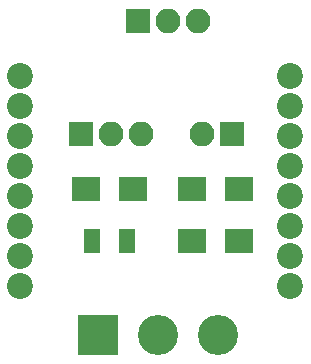
<source format=gbr>
G04 #@! TF.FileFunction,Soldermask,Top*
%FSLAX46Y46*%
G04 Gerber Fmt 4.6, Leading zero omitted, Abs format (unit mm)*
G04 Created by KiCad (PCBNEW 4.0.7) date 08/03/18 16:25:06*
%MOMM*%
%LPD*%
G01*
G04 APERTURE LIST*
%ADD10C,0.100000*%
%ADD11R,1.400000X2.000000*%
%ADD12R,2.400000X2.100000*%
%ADD13R,2.100000X2.100000*%
%ADD14O,2.100000X2.100000*%
%ADD15R,3.400000X3.400000*%
%ADD16C,3.400000*%
%ADD17C,2.200000*%
G04 APERTURE END LIST*
D10*
D11*
X143100000Y-108800000D03*
X146100000Y-108800000D03*
D12*
X142600000Y-104400000D03*
X146600000Y-104400000D03*
X151600000Y-108800000D03*
X155600000Y-108800000D03*
X155600000Y-104400000D03*
X151600000Y-104400000D03*
D13*
X155000000Y-99800000D03*
D14*
X152460000Y-99800000D03*
D13*
X142200000Y-99800000D03*
D14*
X144740000Y-99800000D03*
X147280000Y-99800000D03*
D13*
X147000000Y-90200000D03*
D14*
X149540000Y-90200000D03*
X152080000Y-90200000D03*
D15*
X143600000Y-116800000D03*
D16*
X148680000Y-116800000D03*
X153760000Y-116800000D03*
D17*
X137071100Y-94843600D03*
X137071100Y-97383600D03*
X137071100Y-99923600D03*
X137071100Y-102463600D03*
X137071100Y-105003600D03*
X137071100Y-107543600D03*
X137071100Y-110083600D03*
X137071100Y-112623600D03*
X159931100Y-112623600D03*
X159931100Y-110083600D03*
X159931100Y-107543600D03*
X159931100Y-105003600D03*
X159931100Y-102463600D03*
X159931100Y-99923600D03*
X159931100Y-97383600D03*
X159931100Y-94843600D03*
M02*

</source>
